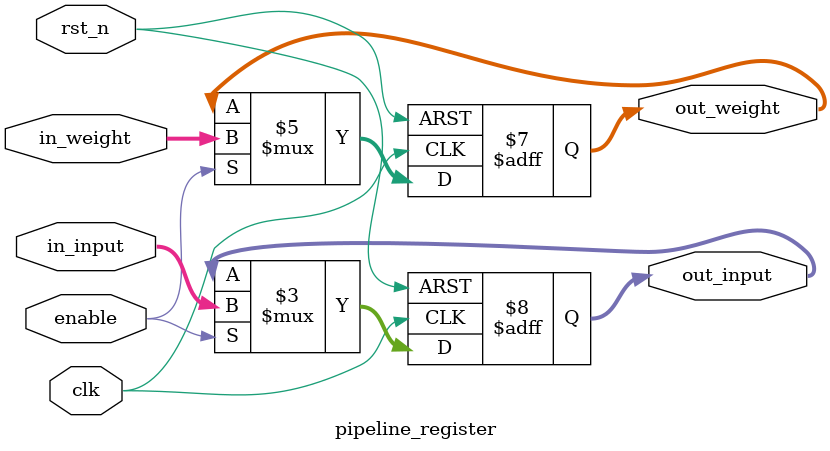
<source format=v>
`timescale 1ns / 1ps


module pipeline_register (
    input clk,
    input rst_n,
    input enable,        // Kích ho?t ghi
    input [15:0] in_weight,
    input [15:0] in_input, // D? li?u t? module tr??c
    output reg [15:0] out_weight,
    output reg [15:0] out_input // D? li?u ??u ra cho module sau
);
    always @(posedge clk or negedge rst_n) begin
        if (!rst_n)
        begin
            out_weight <= 16'b0;
            out_input <= 16'b0;
        end
        else if (enable)
        begin
             out_weight <= in_weight;
            out_input <= in_input;
        end
    end
endmodule


</source>
